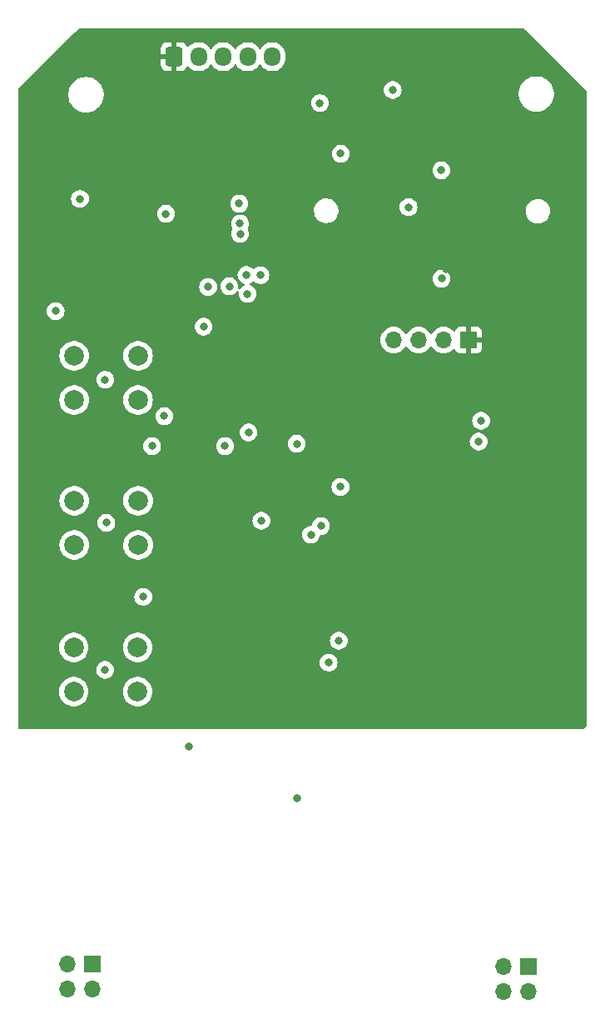
<source format=gbr>
%TF.GenerationSoftware,KiCad,Pcbnew,7.0.1*%
%TF.CreationDate,2023-05-25T09:43:19-05:00*%
%TF.ProjectId,power_supply,706f7765-725f-4737-9570-706c792e6b69,rev?*%
%TF.SameCoordinates,Original*%
%TF.FileFunction,Copper,L3,Inr*%
%TF.FilePolarity,Positive*%
%FSLAX46Y46*%
G04 Gerber Fmt 4.6, Leading zero omitted, Abs format (unit mm)*
G04 Created by KiCad (PCBNEW 7.0.1) date 2023-05-25 09:43:19*
%MOMM*%
%LPD*%
G01*
G04 APERTURE LIST*
G04 Aperture macros list*
%AMRoundRect*
0 Rectangle with rounded corners*
0 $1 Rounding radius*
0 $2 $3 $4 $5 $6 $7 $8 $9 X,Y pos of 4 corners*
0 Add a 4 corners polygon primitive as box body*
4,1,4,$2,$3,$4,$5,$6,$7,$8,$9,$2,$3,0*
0 Add four circle primitives for the rounded corners*
1,1,$1+$1,$2,$3*
1,1,$1+$1,$4,$5*
1,1,$1+$1,$6,$7*
1,1,$1+$1,$8,$9*
0 Add four rect primitives between the rounded corners*
20,1,$1+$1,$2,$3,$4,$5,0*
20,1,$1+$1,$4,$5,$6,$7,0*
20,1,$1+$1,$6,$7,$8,$9,0*
20,1,$1+$1,$8,$9,$2,$3,0*%
G04 Aperture macros list end*
%TA.AperFunction,ComponentPad*%
%ADD10RoundRect,0.250000X-0.600000X-0.725000X0.600000X-0.725000X0.600000X0.725000X-0.600000X0.725000X0*%
%TD*%
%TA.AperFunction,ComponentPad*%
%ADD11O,1.700000X1.950000*%
%TD*%
%TA.AperFunction,ComponentPad*%
%ADD12C,2.000000*%
%TD*%
%TA.AperFunction,ComponentPad*%
%ADD13R,1.700000X1.700000*%
%TD*%
%TA.AperFunction,ComponentPad*%
%ADD14O,1.700000X1.700000*%
%TD*%
%TA.AperFunction,ViaPad*%
%ADD15C,0.800000*%
%TD*%
G04 APERTURE END LIST*
D10*
%TO.N,+3.3V*%
%TO.C,J3*%
X192910000Y-34700000D03*
D11*
%TO.N,SWCLCK*%
X195410000Y-34700000D03*
%TO.N,SWDIO*%
X197910000Y-34700000D03*
%TO.N,SWO*%
X200410000Y-34700000D03*
%TO.N,GND*%
X202910000Y-34700000D03*
%TD*%
D12*
%TO.N,GND*%
%TO.C,RST*%
X189260000Y-69590000D03*
X182760000Y-69590000D03*
%TO.N,/Nrst*%
X189260000Y-65090000D03*
X182760000Y-65090000D03*
%TD*%
%TO.N,GND*%
%TO.C,DWN*%
X189220000Y-99230000D03*
X182720000Y-99230000D03*
%TO.N,Net-(R3-Pad1)*%
X189220000Y-94730000D03*
X182720000Y-94730000D03*
%TD*%
D13*
%TO.N,+3.3V*%
%TO.C,J6*%
X222880000Y-63500000D03*
D14*
%TO.N,SDA*%
X220340000Y-63500000D03*
%TO.N,SCL*%
X217800000Y-63500000D03*
%TO.N,GND*%
X215260000Y-63500000D03*
%TD*%
D12*
%TO.N,GND*%
%TO.C,UP*%
X182770000Y-79820000D03*
X189270000Y-79820000D03*
%TO.N,Net-(R2-Pad1)*%
X182770000Y-84320000D03*
X189270000Y-84320000D03*
%TD*%
D13*
%TO.N,Main_Supply*%
%TO.C,J4*%
X228950000Y-127130000D03*
D14*
%TO.N,GND*%
X226410000Y-127130000D03*
%TO.N,Main_Supply*%
X228950000Y-129670000D03*
%TO.N,GND*%
X226410000Y-129670000D03*
%TD*%
D13*
%TO.N,Main_Supply*%
%TO.C,J5*%
X184580000Y-126890000D03*
D14*
%TO.N,GND*%
X182040000Y-126890000D03*
%TO.N,Main_Supply*%
X184580000Y-129430000D03*
%TO.N,GND*%
X182040000Y-129430000D03*
%TD*%
D15*
%TO.N,GND*%
X192100000Y-50670000D03*
%TO.N,Raw*%
X220110000Y-46250000D03*
X224160000Y-71710000D03*
%TO.N,GND*%
X190690000Y-74270000D03*
X209680000Y-94050000D03*
X196390000Y-58100000D03*
X200500000Y-72890000D03*
X207750000Y-39420000D03*
X201810000Y-81850000D03*
X198110000Y-74270000D03*
X209880000Y-44560000D03*
X215170000Y-38090000D03*
X195929999Y-62140001D03*
X205470000Y-110070000D03*
X220130000Y-57260000D03*
X183350000Y-49150000D03*
X201710000Y-56910000D03*
X223910000Y-73820000D03*
X185900000Y-97010000D03*
X209850000Y-78420000D03*
X208650000Y-96280000D03*
X189790000Y-89590000D03*
X186030000Y-82070000D03*
X180870000Y-60560000D03*
X216780000Y-49990000D03*
X205400000Y-74040000D03*
X185910000Y-67530000D03*
%TO.N,+3.3V*%
X196070000Y-75700000D03*
X213800000Y-60510000D03*
X190740000Y-62400000D03*
X195580000Y-48960000D03*
X204550000Y-84000000D03*
X220590000Y-56290000D03*
X202390000Y-75350000D03*
%TO.N,VOUT*%
X207870000Y-82400000D03*
X206850000Y-83280000D03*
%TO.N,Main_Supply*%
X191930000Y-71230000D03*
X194450000Y-104840000D03*
%TO.N,SWCLCK*%
X199630000Y-51670000D03*
%TO.N,SWDIO*%
X199550000Y-49630000D03*
X200290000Y-56890000D03*
%TO.N,SWO*%
X199640000Y-52720000D03*
%TO.N,SDA*%
X198540000Y-58030000D03*
%TO.N,SCL*%
X200400000Y-58800000D03*
%TD*%
%TA.AperFunction,Conductor*%
%TO.N,+3.3V*%
G36*
X228536091Y-31849439D02*
G01*
X228576319Y-31876319D01*
X234873681Y-38173681D01*
X234900561Y-38213909D01*
X234910000Y-38261362D01*
X234910000Y-102678638D01*
X234900561Y-102726091D01*
X234873681Y-102766319D01*
X234676319Y-102963681D01*
X234636091Y-102990561D01*
X234588638Y-103000000D01*
X177204000Y-103000000D01*
X177142000Y-102983387D01*
X177096613Y-102938000D01*
X177080000Y-102876000D01*
X177080000Y-99230000D01*
X181214356Y-99230000D01*
X181234891Y-99477816D01*
X181234891Y-99477819D01*
X181234892Y-99477821D01*
X181295937Y-99718881D01*
X181340960Y-99821523D01*
X181395825Y-99946604D01*
X181395827Y-99946607D01*
X181531836Y-100154785D01*
X181700256Y-100337738D01*
X181700259Y-100337740D01*
X181896485Y-100490470D01*
X181896487Y-100490471D01*
X181896491Y-100490474D01*
X182115190Y-100608828D01*
X182350386Y-100689571D01*
X182595665Y-100730500D01*
X182844335Y-100730500D01*
X183089614Y-100689571D01*
X183324810Y-100608828D01*
X183543509Y-100490474D01*
X183739744Y-100337738D01*
X183908164Y-100154785D01*
X184044173Y-99946607D01*
X184144063Y-99718881D01*
X184205108Y-99477821D01*
X184225643Y-99230000D01*
X187714356Y-99230000D01*
X187734891Y-99477816D01*
X187734891Y-99477819D01*
X187734892Y-99477821D01*
X187795937Y-99718881D01*
X187840960Y-99821523D01*
X187895825Y-99946604D01*
X187895827Y-99946607D01*
X188031836Y-100154785D01*
X188200256Y-100337738D01*
X188200259Y-100337740D01*
X188396485Y-100490470D01*
X188396487Y-100490471D01*
X188396491Y-100490474D01*
X188615190Y-100608828D01*
X188850386Y-100689571D01*
X189095665Y-100730500D01*
X189344335Y-100730500D01*
X189589614Y-100689571D01*
X189824810Y-100608828D01*
X190043509Y-100490474D01*
X190239744Y-100337738D01*
X190408164Y-100154785D01*
X190544173Y-99946607D01*
X190644063Y-99718881D01*
X190705108Y-99477821D01*
X190725643Y-99230000D01*
X190705108Y-98982179D01*
X190644063Y-98741119D01*
X190544173Y-98513393D01*
X190408164Y-98305215D01*
X190239744Y-98122262D01*
X190217612Y-98105036D01*
X190043514Y-97969529D01*
X190043510Y-97969526D01*
X190043509Y-97969526D01*
X189824810Y-97851172D01*
X189824806Y-97851170D01*
X189824805Y-97851170D01*
X189589615Y-97770429D01*
X189344335Y-97729500D01*
X189095665Y-97729500D01*
X188850384Y-97770429D01*
X188615194Y-97851170D01*
X188396485Y-97969529D01*
X188200259Y-98122259D01*
X188031837Y-98305214D01*
X187895825Y-98513395D01*
X187795938Y-98741117D01*
X187734891Y-98982183D01*
X187714356Y-99230000D01*
X184225643Y-99230000D01*
X184205108Y-98982179D01*
X184144063Y-98741119D01*
X184044173Y-98513393D01*
X183908164Y-98305215D01*
X183739744Y-98122262D01*
X183717612Y-98105036D01*
X183543514Y-97969529D01*
X183543510Y-97969526D01*
X183543509Y-97969526D01*
X183324810Y-97851172D01*
X183324806Y-97851170D01*
X183324805Y-97851170D01*
X183089615Y-97770429D01*
X182844335Y-97729500D01*
X182595665Y-97729500D01*
X182350384Y-97770429D01*
X182115194Y-97851170D01*
X181896485Y-97969529D01*
X181700259Y-98122259D01*
X181531837Y-98305214D01*
X181395825Y-98513395D01*
X181295938Y-98741117D01*
X181234891Y-98982183D01*
X181214356Y-99230000D01*
X177080000Y-99230000D01*
X177080000Y-97010000D01*
X184994540Y-97010000D01*
X185014326Y-97198257D01*
X185072820Y-97378284D01*
X185167466Y-97542216D01*
X185294129Y-97682889D01*
X185447269Y-97794151D01*
X185620197Y-97871144D01*
X185805352Y-97910500D01*
X185805354Y-97910500D01*
X185994646Y-97910500D01*
X185994648Y-97910500D01*
X186118083Y-97884262D01*
X186179803Y-97871144D01*
X186352730Y-97794151D01*
X186505871Y-97682888D01*
X186632533Y-97542216D01*
X186727179Y-97378284D01*
X186785674Y-97198256D01*
X186805460Y-97010000D01*
X186785674Y-96821744D01*
X186727179Y-96641716D01*
X186727179Y-96641715D01*
X186632533Y-96477783D01*
X186505870Y-96337110D01*
X186427264Y-96280000D01*
X207744540Y-96280000D01*
X207764326Y-96468257D01*
X207822820Y-96648284D01*
X207917466Y-96812216D01*
X208044129Y-96952889D01*
X208197269Y-97064151D01*
X208370197Y-97141144D01*
X208555352Y-97180500D01*
X208555354Y-97180500D01*
X208744646Y-97180500D01*
X208744648Y-97180500D01*
X208868084Y-97154262D01*
X208929803Y-97141144D01*
X209102730Y-97064151D01*
X209255871Y-96952888D01*
X209382533Y-96812216D01*
X209477179Y-96648284D01*
X209535674Y-96468256D01*
X209555460Y-96280000D01*
X209535674Y-96091744D01*
X209477179Y-95911716D01*
X209477179Y-95911715D01*
X209382533Y-95747783D01*
X209255870Y-95607110D01*
X209102730Y-95495848D01*
X208929802Y-95418855D01*
X208744648Y-95379500D01*
X208744646Y-95379500D01*
X208555354Y-95379500D01*
X208555352Y-95379500D01*
X208370197Y-95418855D01*
X208197269Y-95495848D01*
X208044129Y-95607110D01*
X207917466Y-95747783D01*
X207822820Y-95911715D01*
X207764326Y-96091742D01*
X207744540Y-96280000D01*
X186427264Y-96280000D01*
X186352730Y-96225848D01*
X186179802Y-96148855D01*
X185994648Y-96109500D01*
X185994646Y-96109500D01*
X185805354Y-96109500D01*
X185805352Y-96109500D01*
X185620197Y-96148855D01*
X185447269Y-96225848D01*
X185294129Y-96337110D01*
X185167466Y-96477783D01*
X185072820Y-96641715D01*
X185014326Y-96821742D01*
X184994540Y-97010000D01*
X177080000Y-97010000D01*
X177080000Y-94730000D01*
X181214356Y-94730000D01*
X181234891Y-94977816D01*
X181234891Y-94977819D01*
X181234892Y-94977821D01*
X181295937Y-95218881D01*
X181340960Y-95321523D01*
X181395825Y-95446604D01*
X181395827Y-95446607D01*
X181531836Y-95654785D01*
X181700256Y-95837738D01*
X181700259Y-95837740D01*
X181896485Y-95990470D01*
X181896487Y-95990471D01*
X181896491Y-95990474D01*
X182115190Y-96108828D01*
X182350386Y-96189571D01*
X182595665Y-96230500D01*
X182844335Y-96230500D01*
X183089614Y-96189571D01*
X183324810Y-96108828D01*
X183543509Y-95990474D01*
X183739744Y-95837738D01*
X183908164Y-95654785D01*
X184044173Y-95446607D01*
X184144063Y-95218881D01*
X184205108Y-94977821D01*
X184225643Y-94730000D01*
X187714356Y-94730000D01*
X187734891Y-94977816D01*
X187734891Y-94977819D01*
X187734892Y-94977821D01*
X187795937Y-95218881D01*
X187840960Y-95321523D01*
X187895825Y-95446604D01*
X187895827Y-95446607D01*
X188031836Y-95654785D01*
X188200256Y-95837738D01*
X188200259Y-95837740D01*
X188396485Y-95990470D01*
X188396487Y-95990471D01*
X188396491Y-95990474D01*
X188615190Y-96108828D01*
X188850386Y-96189571D01*
X189095665Y-96230500D01*
X189344335Y-96230500D01*
X189589614Y-96189571D01*
X189824810Y-96108828D01*
X190043509Y-95990474D01*
X190239744Y-95837738D01*
X190408164Y-95654785D01*
X190544173Y-95446607D01*
X190644063Y-95218881D01*
X190705108Y-94977821D01*
X190725643Y-94730000D01*
X190705108Y-94482179D01*
X190644063Y-94241119D01*
X190560230Y-94050000D01*
X208774540Y-94050000D01*
X208794326Y-94238257D01*
X208852820Y-94418284D01*
X208947466Y-94582216D01*
X209074129Y-94722889D01*
X209227269Y-94834151D01*
X209400197Y-94911144D01*
X209585352Y-94950500D01*
X209585354Y-94950500D01*
X209774646Y-94950500D01*
X209774648Y-94950500D01*
X209898084Y-94924262D01*
X209959803Y-94911144D01*
X210132730Y-94834151D01*
X210285871Y-94722888D01*
X210412533Y-94582216D01*
X210507179Y-94418284D01*
X210565674Y-94238256D01*
X210585460Y-94050000D01*
X210565674Y-93861744D01*
X210507179Y-93681716D01*
X210507179Y-93681715D01*
X210412533Y-93517783D01*
X210285870Y-93377110D01*
X210132730Y-93265848D01*
X209959802Y-93188855D01*
X209774648Y-93149500D01*
X209774646Y-93149500D01*
X209585354Y-93149500D01*
X209585352Y-93149500D01*
X209400197Y-93188855D01*
X209227269Y-93265848D01*
X209074129Y-93377110D01*
X208947466Y-93517783D01*
X208852820Y-93681715D01*
X208794326Y-93861742D01*
X208774540Y-94050000D01*
X190560230Y-94050000D01*
X190544173Y-94013393D01*
X190408164Y-93805215D01*
X190239744Y-93622262D01*
X190217612Y-93605036D01*
X190043514Y-93469529D01*
X190043510Y-93469526D01*
X190043509Y-93469526D01*
X189824810Y-93351172D01*
X189824806Y-93351170D01*
X189824805Y-93351170D01*
X189589615Y-93270429D01*
X189344335Y-93229500D01*
X189095665Y-93229500D01*
X188850384Y-93270429D01*
X188615194Y-93351170D01*
X188396485Y-93469529D01*
X188200259Y-93622259D01*
X188031837Y-93805214D01*
X187895825Y-94013395D01*
X187805780Y-94218678D01*
X187795937Y-94241119D01*
X187734892Y-94482179D01*
X187734891Y-94482183D01*
X187714356Y-94730000D01*
X184225643Y-94730000D01*
X184205108Y-94482179D01*
X184144063Y-94241119D01*
X184044173Y-94013393D01*
X183908164Y-93805215D01*
X183739744Y-93622262D01*
X183717612Y-93605036D01*
X183543514Y-93469529D01*
X183543510Y-93469526D01*
X183543509Y-93469526D01*
X183324810Y-93351172D01*
X183324806Y-93351170D01*
X183324805Y-93351170D01*
X183089615Y-93270429D01*
X182844335Y-93229500D01*
X182595665Y-93229500D01*
X182350384Y-93270429D01*
X182115194Y-93351170D01*
X181896485Y-93469529D01*
X181700259Y-93622259D01*
X181531837Y-93805214D01*
X181395825Y-94013395D01*
X181305780Y-94218678D01*
X181295937Y-94241119D01*
X181234892Y-94482179D01*
X181234891Y-94482183D01*
X181214356Y-94730000D01*
X177080000Y-94730000D01*
X177080000Y-89589999D01*
X188884540Y-89589999D01*
X188904326Y-89778257D01*
X188962820Y-89958284D01*
X189057466Y-90122216D01*
X189184129Y-90262889D01*
X189337269Y-90374151D01*
X189510197Y-90451144D01*
X189695352Y-90490500D01*
X189695354Y-90490500D01*
X189884646Y-90490500D01*
X189884648Y-90490500D01*
X190008084Y-90464262D01*
X190069803Y-90451144D01*
X190242730Y-90374151D01*
X190395871Y-90262888D01*
X190522533Y-90122216D01*
X190617179Y-89958284D01*
X190675674Y-89778256D01*
X190695460Y-89590000D01*
X190675674Y-89401744D01*
X190617179Y-89221716D01*
X190617179Y-89221715D01*
X190522533Y-89057783D01*
X190395870Y-88917110D01*
X190242730Y-88805848D01*
X190069802Y-88728855D01*
X189884648Y-88689500D01*
X189884646Y-88689500D01*
X189695354Y-88689500D01*
X189695352Y-88689500D01*
X189510197Y-88728855D01*
X189337269Y-88805848D01*
X189184129Y-88917110D01*
X189057466Y-89057783D01*
X188962820Y-89221715D01*
X188904326Y-89401742D01*
X188884540Y-89589999D01*
X177080000Y-89589999D01*
X177080000Y-84319999D01*
X181264356Y-84319999D01*
X181284891Y-84567816D01*
X181284891Y-84567819D01*
X181284892Y-84567821D01*
X181345937Y-84808881D01*
X181390960Y-84911523D01*
X181445825Y-85036604D01*
X181445827Y-85036607D01*
X181581836Y-85244785D01*
X181750256Y-85427738D01*
X181750259Y-85427740D01*
X181946485Y-85580470D01*
X181946487Y-85580471D01*
X181946491Y-85580474D01*
X182165190Y-85698828D01*
X182400386Y-85779571D01*
X182645665Y-85820500D01*
X182894335Y-85820500D01*
X183139614Y-85779571D01*
X183374810Y-85698828D01*
X183593509Y-85580474D01*
X183789744Y-85427738D01*
X183958164Y-85244785D01*
X184094173Y-85036607D01*
X184194063Y-84808881D01*
X184255108Y-84567821D01*
X184275643Y-84320000D01*
X184275643Y-84319999D01*
X187764356Y-84319999D01*
X187784891Y-84567816D01*
X187784891Y-84567819D01*
X187784892Y-84567821D01*
X187845937Y-84808881D01*
X187890960Y-84911523D01*
X187945825Y-85036604D01*
X187945827Y-85036607D01*
X188081836Y-85244785D01*
X188250256Y-85427738D01*
X188250259Y-85427740D01*
X188446485Y-85580470D01*
X188446487Y-85580471D01*
X188446491Y-85580474D01*
X188665190Y-85698828D01*
X188900386Y-85779571D01*
X189145665Y-85820500D01*
X189394335Y-85820500D01*
X189639614Y-85779571D01*
X189874810Y-85698828D01*
X190093509Y-85580474D01*
X190289744Y-85427738D01*
X190458164Y-85244785D01*
X190594173Y-85036607D01*
X190694063Y-84808881D01*
X190755108Y-84567821D01*
X190775643Y-84320000D01*
X190755108Y-84072179D01*
X190694063Y-83831119D01*
X190594173Y-83603393D01*
X190458164Y-83395215D01*
X190352101Y-83280000D01*
X205944540Y-83280000D01*
X205964326Y-83468257D01*
X206022820Y-83648284D01*
X206117466Y-83812216D01*
X206244129Y-83952889D01*
X206397269Y-84064151D01*
X206570197Y-84141144D01*
X206755352Y-84180500D01*
X206755354Y-84180500D01*
X206944646Y-84180500D01*
X206944648Y-84180500D01*
X207068083Y-84154262D01*
X207129803Y-84141144D01*
X207302730Y-84064151D01*
X207455871Y-83952888D01*
X207582533Y-83812216D01*
X207677179Y-83648284D01*
X207735674Y-83468256D01*
X207741635Y-83411537D01*
X207762156Y-83355160D01*
X207806742Y-83315014D01*
X207864956Y-83300500D01*
X207964648Y-83300500D01*
X208088083Y-83274262D01*
X208149803Y-83261144D01*
X208322730Y-83184151D01*
X208475871Y-83072888D01*
X208602533Y-82932216D01*
X208697179Y-82768284D01*
X208755674Y-82588256D01*
X208775460Y-82400000D01*
X208755674Y-82211744D01*
X208709618Y-82069999D01*
X208697179Y-82031715D01*
X208602533Y-81867783D01*
X208475870Y-81727110D01*
X208322730Y-81615848D01*
X208149802Y-81538855D01*
X207964648Y-81499500D01*
X207964646Y-81499500D01*
X207775354Y-81499500D01*
X207775352Y-81499500D01*
X207590197Y-81538855D01*
X207417269Y-81615848D01*
X207264129Y-81727110D01*
X207137466Y-81867783D01*
X207042820Y-82031715D01*
X206984326Y-82211742D01*
X206982314Y-82230885D01*
X206979438Y-82258256D01*
X206978365Y-82268462D01*
X206957844Y-82324840D01*
X206913258Y-82364986D01*
X206855044Y-82379500D01*
X206755352Y-82379500D01*
X206570197Y-82418855D01*
X206397269Y-82495848D01*
X206244129Y-82607110D01*
X206117466Y-82747783D01*
X206022820Y-82911715D01*
X205964326Y-83091742D01*
X205944540Y-83280000D01*
X190352101Y-83280000D01*
X190289744Y-83212262D01*
X190253627Y-83184151D01*
X190093514Y-83059529D01*
X190093510Y-83059526D01*
X190093509Y-83059526D01*
X189874810Y-82941172D01*
X189874806Y-82941170D01*
X189874805Y-82941170D01*
X189639615Y-82860429D01*
X189394335Y-82819500D01*
X189145665Y-82819500D01*
X188900384Y-82860429D01*
X188665194Y-82941170D01*
X188446485Y-83059529D01*
X188250259Y-83212259D01*
X188081837Y-83395214D01*
X187945825Y-83603395D01*
X187855780Y-83808678D01*
X187845937Y-83831119D01*
X187786925Y-84064151D01*
X187784891Y-84072183D01*
X187764356Y-84319999D01*
X184275643Y-84319999D01*
X184255108Y-84072179D01*
X184194063Y-83831119D01*
X184094173Y-83603393D01*
X183958164Y-83395215D01*
X183789744Y-83212262D01*
X183753627Y-83184151D01*
X183593514Y-83059529D01*
X183593510Y-83059526D01*
X183593509Y-83059526D01*
X183374810Y-82941172D01*
X183374806Y-82941170D01*
X183374805Y-82941170D01*
X183139615Y-82860429D01*
X182894335Y-82819500D01*
X182645665Y-82819500D01*
X182400384Y-82860429D01*
X182165194Y-82941170D01*
X181946485Y-83059529D01*
X181750259Y-83212259D01*
X181581837Y-83395214D01*
X181445825Y-83603395D01*
X181355780Y-83808678D01*
X181345937Y-83831119D01*
X181286925Y-84064151D01*
X181284891Y-84072183D01*
X181264356Y-84319999D01*
X177080000Y-84319999D01*
X177080000Y-82069999D01*
X185124540Y-82069999D01*
X185144326Y-82258257D01*
X185202820Y-82438284D01*
X185297466Y-82602216D01*
X185424129Y-82742889D01*
X185577269Y-82854151D01*
X185750197Y-82931144D01*
X185935352Y-82970500D01*
X185935354Y-82970500D01*
X186124646Y-82970500D01*
X186124648Y-82970500D01*
X186248084Y-82944262D01*
X186309803Y-82931144D01*
X186482730Y-82854151D01*
X186530423Y-82819500D01*
X186635870Y-82742889D01*
X186664454Y-82711144D01*
X186762533Y-82602216D01*
X186857179Y-82438284D01*
X186915674Y-82258256D01*
X186935460Y-82070000D01*
X186915674Y-81881744D01*
X186905359Y-81849999D01*
X200904540Y-81849999D01*
X200924326Y-82038257D01*
X200982820Y-82218284D01*
X201077466Y-82382216D01*
X201204129Y-82522889D01*
X201357269Y-82634151D01*
X201530197Y-82711144D01*
X201715352Y-82750500D01*
X201715354Y-82750500D01*
X201904646Y-82750500D01*
X201904648Y-82750500D01*
X202028083Y-82724262D01*
X202089803Y-82711144D01*
X202262730Y-82634151D01*
X202415871Y-82522888D01*
X202542533Y-82382216D01*
X202637179Y-82218284D01*
X202695674Y-82038256D01*
X202715460Y-81850000D01*
X202695674Y-81661744D01*
X202655396Y-81537783D01*
X202637179Y-81481715D01*
X202542533Y-81317783D01*
X202415870Y-81177110D01*
X202262730Y-81065848D01*
X202089802Y-80988855D01*
X201904648Y-80949500D01*
X201904646Y-80949500D01*
X201715354Y-80949500D01*
X201715352Y-80949500D01*
X201530197Y-80988855D01*
X201357269Y-81065848D01*
X201204129Y-81177110D01*
X201077466Y-81317783D01*
X200982820Y-81481715D01*
X200924326Y-81661742D01*
X200904540Y-81849999D01*
X186905359Y-81849999D01*
X186857179Y-81701716D01*
X186857179Y-81701715D01*
X186762533Y-81537783D01*
X186635870Y-81397110D01*
X186482730Y-81285848D01*
X186309802Y-81208855D01*
X186124648Y-81169500D01*
X186124646Y-81169500D01*
X185935354Y-81169500D01*
X185935352Y-81169500D01*
X185750197Y-81208855D01*
X185577269Y-81285848D01*
X185424129Y-81397110D01*
X185297466Y-81537783D01*
X185202820Y-81701715D01*
X185144326Y-81881742D01*
X185124540Y-82069999D01*
X177080000Y-82069999D01*
X177080000Y-79819999D01*
X181264356Y-79819999D01*
X181284891Y-80067816D01*
X181284891Y-80067819D01*
X181284892Y-80067821D01*
X181345937Y-80308881D01*
X181390960Y-80411523D01*
X181445825Y-80536604D01*
X181445827Y-80536607D01*
X181581836Y-80744785D01*
X181750256Y-80927738D01*
X181750259Y-80927740D01*
X181946485Y-81080470D01*
X181946487Y-81080471D01*
X181946491Y-81080474D01*
X182165190Y-81198828D01*
X182400386Y-81279571D01*
X182645665Y-81320500D01*
X182894335Y-81320500D01*
X183139614Y-81279571D01*
X183374810Y-81198828D01*
X183593509Y-81080474D01*
X183789744Y-80927738D01*
X183958164Y-80744785D01*
X184094173Y-80536607D01*
X184194063Y-80308881D01*
X184255108Y-80067821D01*
X184275643Y-79820000D01*
X184275643Y-79819999D01*
X187764356Y-79819999D01*
X187784891Y-80067816D01*
X187784891Y-80067819D01*
X187784892Y-80067821D01*
X187845937Y-80308881D01*
X187890960Y-80411523D01*
X187945825Y-80536604D01*
X187945827Y-80536607D01*
X188081836Y-80744785D01*
X188250256Y-80927738D01*
X188250259Y-80927740D01*
X188446485Y-81080470D01*
X188446487Y-81080471D01*
X188446491Y-81080474D01*
X188665190Y-81198828D01*
X188900386Y-81279571D01*
X189145665Y-81320500D01*
X189394335Y-81320500D01*
X189639614Y-81279571D01*
X189874810Y-81198828D01*
X190093509Y-81080474D01*
X190289744Y-80927738D01*
X190458164Y-80744785D01*
X190594173Y-80536607D01*
X190694063Y-80308881D01*
X190755108Y-80067821D01*
X190775643Y-79820000D01*
X190755108Y-79572179D01*
X190694063Y-79331119D01*
X190594173Y-79103393D01*
X190458164Y-78895215D01*
X190289744Y-78712262D01*
X190156119Y-78608257D01*
X190093514Y-78559529D01*
X190093510Y-78559526D01*
X190093509Y-78559526D01*
X189874810Y-78441172D01*
X189874806Y-78441170D01*
X189874805Y-78441170D01*
X189813139Y-78420000D01*
X208944540Y-78420000D01*
X208964326Y-78608257D01*
X209022820Y-78788284D01*
X209117466Y-78952216D01*
X209244129Y-79092889D01*
X209397269Y-79204151D01*
X209570197Y-79281144D01*
X209755352Y-79320500D01*
X209755354Y-79320500D01*
X209944646Y-79320500D01*
X209944648Y-79320500D01*
X210068083Y-79294262D01*
X210129803Y-79281144D01*
X210302730Y-79204151D01*
X210302729Y-79204151D01*
X210455870Y-79092889D01*
X210582533Y-78952216D01*
X210677179Y-78788284D01*
X210701881Y-78712259D01*
X210735674Y-78608256D01*
X210755460Y-78420000D01*
X210735674Y-78231744D01*
X210677179Y-78051716D01*
X210677179Y-78051715D01*
X210582533Y-77887783D01*
X210455870Y-77747110D01*
X210302730Y-77635848D01*
X210129802Y-77558855D01*
X209944648Y-77519500D01*
X209944646Y-77519500D01*
X209755354Y-77519500D01*
X209755352Y-77519500D01*
X209570197Y-77558855D01*
X209397269Y-77635848D01*
X209244129Y-77747110D01*
X209117466Y-77887783D01*
X209022820Y-78051715D01*
X208964326Y-78231742D01*
X208944540Y-78420000D01*
X189813139Y-78420000D01*
X189639615Y-78360429D01*
X189394335Y-78319500D01*
X189145665Y-78319500D01*
X188900384Y-78360429D01*
X188665194Y-78441170D01*
X188446485Y-78559529D01*
X188250259Y-78712259D01*
X188081837Y-78895214D01*
X187945825Y-79103395D01*
X187845938Y-79331117D01*
X187784891Y-79572183D01*
X187764356Y-79819999D01*
X184275643Y-79819999D01*
X184255108Y-79572179D01*
X184194063Y-79331119D01*
X184094173Y-79103393D01*
X183958164Y-78895215D01*
X183789744Y-78712262D01*
X183656119Y-78608257D01*
X183593514Y-78559529D01*
X183593510Y-78559526D01*
X183593509Y-78559526D01*
X183374810Y-78441172D01*
X183374806Y-78441170D01*
X183374805Y-78441170D01*
X183139615Y-78360429D01*
X182894335Y-78319500D01*
X182645665Y-78319500D01*
X182400384Y-78360429D01*
X182165194Y-78441170D01*
X181946485Y-78559529D01*
X181750259Y-78712259D01*
X181581837Y-78895214D01*
X181445825Y-79103395D01*
X181345938Y-79331117D01*
X181284891Y-79572183D01*
X181264356Y-79819999D01*
X177080000Y-79819999D01*
X177080000Y-74270000D01*
X189784540Y-74270000D01*
X189804326Y-74458257D01*
X189862820Y-74638284D01*
X189957466Y-74802216D01*
X190084129Y-74942889D01*
X190237269Y-75054151D01*
X190410197Y-75131144D01*
X190595352Y-75170500D01*
X190595354Y-75170500D01*
X190784646Y-75170500D01*
X190784648Y-75170500D01*
X190908083Y-75144262D01*
X190969803Y-75131144D01*
X191142730Y-75054151D01*
X191295871Y-74942888D01*
X191422533Y-74802216D01*
X191517179Y-74638284D01*
X191575674Y-74458256D01*
X191595460Y-74270000D01*
X197204540Y-74270000D01*
X197224326Y-74458257D01*
X197282820Y-74638284D01*
X197377466Y-74802216D01*
X197504129Y-74942889D01*
X197657269Y-75054151D01*
X197830197Y-75131144D01*
X198015352Y-75170500D01*
X198015354Y-75170500D01*
X198204646Y-75170500D01*
X198204648Y-75170500D01*
X198328083Y-75144262D01*
X198389803Y-75131144D01*
X198562730Y-75054151D01*
X198715871Y-74942888D01*
X198842533Y-74802216D01*
X198937179Y-74638284D01*
X198995674Y-74458256D01*
X199015460Y-74270000D01*
X198995674Y-74081744D01*
X198982110Y-74040000D01*
X204494540Y-74040000D01*
X204514326Y-74228257D01*
X204572820Y-74408284D01*
X204667466Y-74572216D01*
X204794129Y-74712889D01*
X204947269Y-74824151D01*
X205120197Y-74901144D01*
X205305352Y-74940500D01*
X205305354Y-74940500D01*
X205494646Y-74940500D01*
X205494648Y-74940500D01*
X205618083Y-74914262D01*
X205679803Y-74901144D01*
X205852730Y-74824151D01*
X206005871Y-74712888D01*
X206132533Y-74572216D01*
X206227179Y-74408284D01*
X206285674Y-74228256D01*
X206305460Y-74040000D01*
X206285674Y-73851744D01*
X206275359Y-73819999D01*
X223004540Y-73819999D01*
X223024326Y-74008257D01*
X223082820Y-74188284D01*
X223177466Y-74352216D01*
X223304129Y-74492889D01*
X223457269Y-74604151D01*
X223630197Y-74681144D01*
X223815352Y-74720500D01*
X223815354Y-74720500D01*
X224004646Y-74720500D01*
X224004648Y-74720500D01*
X224128084Y-74694262D01*
X224189803Y-74681144D01*
X224362730Y-74604151D01*
X224515871Y-74492888D01*
X224642533Y-74352216D01*
X224737179Y-74188284D01*
X224795674Y-74008256D01*
X224815460Y-73820000D01*
X224795674Y-73631744D01*
X224737179Y-73451716D01*
X224737179Y-73451715D01*
X224642533Y-73287783D01*
X224515870Y-73147110D01*
X224362730Y-73035848D01*
X224189802Y-72958855D01*
X224004648Y-72919500D01*
X224004646Y-72919500D01*
X223815354Y-72919500D01*
X223815352Y-72919500D01*
X223630197Y-72958855D01*
X223457269Y-73035848D01*
X223304129Y-73147110D01*
X223177466Y-73287783D01*
X223082820Y-73451715D01*
X223024326Y-73631742D01*
X223004540Y-73819999D01*
X206275359Y-73819999D01*
X206248646Y-73737783D01*
X206227179Y-73671715D01*
X206132533Y-73507783D01*
X206005870Y-73367110D01*
X205852730Y-73255848D01*
X205679802Y-73178855D01*
X205494648Y-73139500D01*
X205494646Y-73139500D01*
X205305354Y-73139500D01*
X205305352Y-73139500D01*
X205120197Y-73178855D01*
X204947269Y-73255848D01*
X204794129Y-73367110D01*
X204667466Y-73507783D01*
X204572820Y-73671715D01*
X204514326Y-73851742D01*
X204494540Y-74040000D01*
X198982110Y-74040000D01*
X198937179Y-73901716D01*
X198937179Y-73901715D01*
X198842533Y-73737783D01*
X198715870Y-73597110D01*
X198562730Y-73485848D01*
X198389802Y-73408855D01*
X198204648Y-73369500D01*
X198204646Y-73369500D01*
X198015354Y-73369500D01*
X198015352Y-73369500D01*
X197830197Y-73408855D01*
X197657269Y-73485848D01*
X197504129Y-73597110D01*
X197377466Y-73737783D01*
X197282820Y-73901715D01*
X197224326Y-74081742D01*
X197204540Y-74270000D01*
X191595460Y-74270000D01*
X191575674Y-74081744D01*
X191517179Y-73901716D01*
X191517179Y-73901715D01*
X191422533Y-73737783D01*
X191295870Y-73597110D01*
X191142730Y-73485848D01*
X190969802Y-73408855D01*
X190784648Y-73369500D01*
X190784646Y-73369500D01*
X190595354Y-73369500D01*
X190595352Y-73369500D01*
X190410197Y-73408855D01*
X190237269Y-73485848D01*
X190084129Y-73597110D01*
X189957466Y-73737783D01*
X189862820Y-73901715D01*
X189804326Y-74081742D01*
X189784540Y-74270000D01*
X177080000Y-74270000D01*
X177080000Y-72890000D01*
X199594540Y-72890000D01*
X199614326Y-73078257D01*
X199672820Y-73258284D01*
X199767466Y-73422216D01*
X199894129Y-73562889D01*
X200047269Y-73674151D01*
X200220197Y-73751144D01*
X200405352Y-73790500D01*
X200405354Y-73790500D01*
X200594646Y-73790500D01*
X200594648Y-73790500D01*
X200718084Y-73764262D01*
X200779803Y-73751144D01*
X200952730Y-73674151D01*
X200956083Y-73671715D01*
X201105870Y-73562889D01*
X201232533Y-73422216D01*
X201327179Y-73258284D01*
X201363301Y-73147112D01*
X201385674Y-73078256D01*
X201405460Y-72890000D01*
X201385674Y-72701744D01*
X201327179Y-72521716D01*
X201327179Y-72521715D01*
X201232533Y-72357783D01*
X201105870Y-72217110D01*
X200952730Y-72105848D01*
X200779802Y-72028855D01*
X200594648Y-71989500D01*
X200594646Y-71989500D01*
X200405354Y-71989500D01*
X200405352Y-71989500D01*
X200220197Y-72028855D01*
X200047269Y-72105848D01*
X199894129Y-72217110D01*
X199767466Y-72357783D01*
X199672820Y-72521715D01*
X199614326Y-72701742D01*
X199594540Y-72890000D01*
X177080000Y-72890000D01*
X177080000Y-71230000D01*
X191024540Y-71230000D01*
X191044326Y-71418257D01*
X191102820Y-71598284D01*
X191197466Y-71762216D01*
X191324129Y-71902889D01*
X191477269Y-72014151D01*
X191650197Y-72091144D01*
X191835352Y-72130500D01*
X191835354Y-72130500D01*
X192024646Y-72130500D01*
X192024648Y-72130500D01*
X192148083Y-72104262D01*
X192209803Y-72091144D01*
X192382730Y-72014151D01*
X192535871Y-71902888D01*
X192662533Y-71762216D01*
X192692680Y-71709999D01*
X223254540Y-71709999D01*
X223274326Y-71898257D01*
X223332820Y-72078284D01*
X223427466Y-72242216D01*
X223554129Y-72382889D01*
X223707269Y-72494151D01*
X223880197Y-72571144D01*
X224065352Y-72610500D01*
X224065354Y-72610500D01*
X224254646Y-72610500D01*
X224254648Y-72610500D01*
X224378084Y-72584262D01*
X224439803Y-72571144D01*
X224612730Y-72494151D01*
X224765871Y-72382888D01*
X224892533Y-72242216D01*
X224987179Y-72078284D01*
X225045674Y-71898256D01*
X225065460Y-71710000D01*
X225045674Y-71521744D01*
X224987179Y-71341716D01*
X224987179Y-71341715D01*
X224892533Y-71177783D01*
X224765870Y-71037110D01*
X224612730Y-70925848D01*
X224439802Y-70848855D01*
X224254648Y-70809500D01*
X224254646Y-70809500D01*
X224065354Y-70809500D01*
X224065352Y-70809500D01*
X223880197Y-70848855D01*
X223707269Y-70925848D01*
X223554129Y-71037110D01*
X223427466Y-71177783D01*
X223332820Y-71341715D01*
X223274326Y-71521742D01*
X223254540Y-71709999D01*
X192692680Y-71709999D01*
X192757179Y-71598284D01*
X192815674Y-71418256D01*
X192835460Y-71230000D01*
X192815674Y-71041744D01*
X192757179Y-70861716D01*
X192757179Y-70861715D01*
X192662533Y-70697783D01*
X192535870Y-70557110D01*
X192382730Y-70445848D01*
X192209802Y-70368855D01*
X192024648Y-70329500D01*
X192024646Y-70329500D01*
X191835354Y-70329500D01*
X191835352Y-70329500D01*
X191650197Y-70368855D01*
X191477269Y-70445848D01*
X191324129Y-70557110D01*
X191197466Y-70697783D01*
X191102820Y-70861715D01*
X191044326Y-71041742D01*
X191024540Y-71230000D01*
X177080000Y-71230000D01*
X177080000Y-69590000D01*
X181254356Y-69590000D01*
X181274891Y-69837816D01*
X181274891Y-69837819D01*
X181274892Y-69837821D01*
X181335937Y-70078881D01*
X181380960Y-70181523D01*
X181435825Y-70306604D01*
X181435827Y-70306607D01*
X181571836Y-70514785D01*
X181740256Y-70697738D01*
X181805667Y-70748650D01*
X181936485Y-70850470D01*
X181936487Y-70850471D01*
X181936491Y-70850474D01*
X182155190Y-70968828D01*
X182390386Y-71049571D01*
X182635665Y-71090500D01*
X182884335Y-71090500D01*
X183129614Y-71049571D01*
X183364810Y-70968828D01*
X183583509Y-70850474D01*
X183779744Y-70697738D01*
X183948164Y-70514785D01*
X184084173Y-70306607D01*
X184184063Y-70078881D01*
X184245108Y-69837821D01*
X184265643Y-69590000D01*
X187754356Y-69590000D01*
X187774891Y-69837816D01*
X187774891Y-69837819D01*
X187774892Y-69837821D01*
X187835937Y-70078881D01*
X187880960Y-70181523D01*
X187935825Y-70306604D01*
X187935827Y-70306607D01*
X188071836Y-70514785D01*
X188240256Y-70697738D01*
X188305667Y-70748650D01*
X188436485Y-70850470D01*
X188436487Y-70850471D01*
X188436491Y-70850474D01*
X188655190Y-70968828D01*
X188890386Y-71049571D01*
X189135665Y-71090500D01*
X189384335Y-71090500D01*
X189629614Y-71049571D01*
X189864810Y-70968828D01*
X190083509Y-70850474D01*
X190279744Y-70697738D01*
X190448164Y-70514785D01*
X190584173Y-70306607D01*
X190684063Y-70078881D01*
X190745108Y-69837821D01*
X190765643Y-69590000D01*
X190745108Y-69342179D01*
X190684063Y-69101119D01*
X190584173Y-68873393D01*
X190448164Y-68665215D01*
X190279744Y-68482262D01*
X190257612Y-68465036D01*
X190083514Y-68329529D01*
X190083510Y-68329526D01*
X190083509Y-68329526D01*
X189864810Y-68211172D01*
X189864806Y-68211170D01*
X189864805Y-68211170D01*
X189629615Y-68130429D01*
X189384335Y-68089500D01*
X189135665Y-68089500D01*
X188890384Y-68130429D01*
X188655194Y-68211170D01*
X188436485Y-68329529D01*
X188240259Y-68482259D01*
X188071837Y-68665214D01*
X187935825Y-68873395D01*
X187835938Y-69101117D01*
X187774891Y-69342183D01*
X187754356Y-69590000D01*
X184265643Y-69590000D01*
X184245108Y-69342179D01*
X184184063Y-69101119D01*
X184084173Y-68873393D01*
X183948164Y-68665215D01*
X183779744Y-68482262D01*
X183757612Y-68465036D01*
X183583514Y-68329529D01*
X183583510Y-68329526D01*
X183583509Y-68329526D01*
X183364810Y-68211172D01*
X183364806Y-68211170D01*
X183364805Y-68211170D01*
X183129615Y-68130429D01*
X182884335Y-68089500D01*
X182635665Y-68089500D01*
X182390384Y-68130429D01*
X182155194Y-68211170D01*
X181936485Y-68329529D01*
X181740259Y-68482259D01*
X181571837Y-68665214D01*
X181435825Y-68873395D01*
X181335938Y-69101117D01*
X181274891Y-69342183D01*
X181254356Y-69590000D01*
X177080000Y-69590000D01*
X177080000Y-67529999D01*
X185004540Y-67529999D01*
X185024326Y-67718257D01*
X185082820Y-67898284D01*
X185177466Y-68062216D01*
X185304129Y-68202889D01*
X185457269Y-68314151D01*
X185630197Y-68391144D01*
X185815352Y-68430500D01*
X185815354Y-68430500D01*
X186004646Y-68430500D01*
X186004648Y-68430500D01*
X186128083Y-68404262D01*
X186189803Y-68391144D01*
X186362730Y-68314151D01*
X186515871Y-68202888D01*
X186642533Y-68062216D01*
X186737179Y-67898284D01*
X186795674Y-67718256D01*
X186815460Y-67530000D01*
X186795674Y-67341744D01*
X186737179Y-67161716D01*
X186737179Y-67161715D01*
X186642533Y-66997783D01*
X186515870Y-66857110D01*
X186362730Y-66745848D01*
X186189802Y-66668855D01*
X186004648Y-66629500D01*
X186004646Y-66629500D01*
X185815354Y-66629500D01*
X185815352Y-66629500D01*
X185630197Y-66668855D01*
X185457269Y-66745848D01*
X185304129Y-66857110D01*
X185177466Y-66997783D01*
X185082820Y-67161715D01*
X185024326Y-67341742D01*
X185004540Y-67529999D01*
X177080000Y-67529999D01*
X177080000Y-65089999D01*
X181254356Y-65089999D01*
X181274891Y-65337816D01*
X181274891Y-65337819D01*
X181274892Y-65337821D01*
X181335937Y-65578881D01*
X181380960Y-65681523D01*
X181435825Y-65806604D01*
X181435827Y-65806607D01*
X181571836Y-66014785D01*
X181740256Y-66197738D01*
X181740259Y-66197740D01*
X181936485Y-66350470D01*
X181936487Y-66350471D01*
X181936491Y-66350474D01*
X182155190Y-66468828D01*
X182390386Y-66549571D01*
X182635665Y-66590500D01*
X182884335Y-66590500D01*
X183129614Y-66549571D01*
X183364810Y-66468828D01*
X183583509Y-66350474D01*
X183779744Y-66197738D01*
X183948164Y-66014785D01*
X184084173Y-65806607D01*
X184184063Y-65578881D01*
X184245108Y-65337821D01*
X184265643Y-65090000D01*
X184265643Y-65089999D01*
X187754356Y-65089999D01*
X187774891Y-65337816D01*
X187774891Y-65337819D01*
X187774892Y-65337821D01*
X187835937Y-65578881D01*
X187880960Y-65681523D01*
X187935825Y-65806604D01*
X187935827Y-65806607D01*
X188071836Y-66014785D01*
X188240256Y-66197738D01*
X188240259Y-66197740D01*
X188436485Y-66350470D01*
X188436487Y-66350471D01*
X188436491Y-66350474D01*
X188655190Y-66468828D01*
X188890386Y-66549571D01*
X189135665Y-66590500D01*
X189384335Y-66590500D01*
X189629614Y-66549571D01*
X189864810Y-66468828D01*
X190083509Y-66350474D01*
X190279744Y-66197738D01*
X190448164Y-66014785D01*
X190584173Y-65806607D01*
X190684063Y-65578881D01*
X190745108Y-65337821D01*
X190765643Y-65090000D01*
X190745108Y-64842179D01*
X190684063Y-64601119D01*
X190584173Y-64373393D01*
X190448164Y-64165215D01*
X190279744Y-63982262D01*
X190255847Y-63963662D01*
X190083514Y-63829529D01*
X190083510Y-63829526D01*
X190083509Y-63829526D01*
X189864810Y-63711172D01*
X189864806Y-63711170D01*
X189864805Y-63711170D01*
X189629615Y-63630429D01*
X189384335Y-63589500D01*
X189135665Y-63589500D01*
X188890384Y-63630429D01*
X188655194Y-63711170D01*
X188436485Y-63829529D01*
X188240259Y-63982259D01*
X188240256Y-63982261D01*
X188240256Y-63982262D01*
X188071836Y-64165215D01*
X188026499Y-64234607D01*
X187935825Y-64373395D01*
X187835938Y-64601117D01*
X187774891Y-64842183D01*
X187754356Y-65089999D01*
X184265643Y-65089999D01*
X184245108Y-64842179D01*
X184184063Y-64601119D01*
X184084173Y-64373393D01*
X183948164Y-64165215D01*
X183779744Y-63982262D01*
X183755847Y-63963662D01*
X183583514Y-63829529D01*
X183583510Y-63829526D01*
X183583509Y-63829526D01*
X183364810Y-63711172D01*
X183364806Y-63711170D01*
X183364805Y-63711170D01*
X183129615Y-63630429D01*
X182884335Y-63589500D01*
X182635665Y-63589500D01*
X182390384Y-63630429D01*
X182155194Y-63711170D01*
X181936485Y-63829529D01*
X181740259Y-63982259D01*
X181740256Y-63982261D01*
X181740256Y-63982262D01*
X181571836Y-64165215D01*
X181526499Y-64234607D01*
X181435825Y-64373395D01*
X181335938Y-64601117D01*
X181274891Y-64842183D01*
X181254356Y-65089999D01*
X177080000Y-65089999D01*
X177080000Y-63500000D01*
X213904340Y-63500000D01*
X213924936Y-63735407D01*
X213950156Y-63829529D01*
X213986097Y-63963663D01*
X214085965Y-64177830D01*
X214221505Y-64371401D01*
X214388599Y-64538495D01*
X214582170Y-64674035D01*
X214796337Y-64773903D01*
X215024592Y-64835063D01*
X215260000Y-64855659D01*
X215495408Y-64835063D01*
X215723663Y-64773903D01*
X215937830Y-64674035D01*
X216131401Y-64538495D01*
X216298495Y-64371401D01*
X216428426Y-64185839D01*
X216472743Y-64146975D01*
X216530000Y-64132964D01*
X216587257Y-64146975D01*
X216631573Y-64185839D01*
X216761505Y-64371401D01*
X216928599Y-64538495D01*
X217122170Y-64674035D01*
X217336337Y-64773903D01*
X217564592Y-64835063D01*
X217800000Y-64855659D01*
X218035408Y-64835063D01*
X218263663Y-64773903D01*
X218477830Y-64674035D01*
X218671401Y-64538495D01*
X218838495Y-64371401D01*
X218968426Y-64185839D01*
X219012743Y-64146975D01*
X219070000Y-64132964D01*
X219127257Y-64146975D01*
X219171573Y-64185839D01*
X219301505Y-64371401D01*
X219468599Y-64538495D01*
X219662170Y-64674035D01*
X219876337Y-64773903D01*
X220104592Y-64835063D01*
X220340000Y-64855659D01*
X220575408Y-64835063D01*
X220803663Y-64773903D01*
X221017830Y-64674035D01*
X221211401Y-64538495D01*
X221333717Y-64416178D01*
X221386460Y-64384885D01*
X221447752Y-64382696D01*
X221502597Y-64410149D01*
X221537577Y-64460528D01*
X221586647Y-64592088D01*
X221672811Y-64707188D01*
X221787910Y-64793352D01*
X221922624Y-64843597D01*
X221982176Y-64850000D01*
X222630000Y-64850000D01*
X222630000Y-63750000D01*
X223130000Y-63750000D01*
X223130000Y-64850000D01*
X223777824Y-64850000D01*
X223837375Y-64843597D01*
X223972089Y-64793352D01*
X224087188Y-64707188D01*
X224173352Y-64592089D01*
X224223597Y-64457375D01*
X224230000Y-64397824D01*
X224230000Y-63750000D01*
X223130000Y-63750000D01*
X222630000Y-63750000D01*
X222630000Y-62150000D01*
X223130000Y-62150000D01*
X223130000Y-63250000D01*
X224230000Y-63250000D01*
X224230000Y-62602176D01*
X224223597Y-62542624D01*
X224173352Y-62407910D01*
X224087188Y-62292811D01*
X223972089Y-62206647D01*
X223837375Y-62156402D01*
X223777824Y-62150000D01*
X223130000Y-62150000D01*
X222630000Y-62150000D01*
X221982176Y-62150000D01*
X221922624Y-62156402D01*
X221787910Y-62206647D01*
X221672811Y-62292811D01*
X221586646Y-62407913D01*
X221537576Y-62539472D01*
X221502597Y-62589850D01*
X221447753Y-62617303D01*
X221386460Y-62615114D01*
X221333714Y-62583818D01*
X221211404Y-62461508D01*
X221211404Y-62461507D01*
X221211401Y-62461505D01*
X221017830Y-62325965D01*
X220803663Y-62226097D01*
X220731074Y-62206647D01*
X220575407Y-62164936D01*
X220340000Y-62144340D01*
X220104592Y-62164936D01*
X219876336Y-62226097D01*
X219662170Y-62325965D01*
X219468598Y-62461505D01*
X219301505Y-62628598D01*
X219171575Y-62814159D01*
X219127257Y-62853025D01*
X219070000Y-62867036D01*
X219012743Y-62853025D01*
X218968425Y-62814159D01*
X218953449Y-62792771D01*
X218838495Y-62628599D01*
X218671401Y-62461505D01*
X218477830Y-62325965D01*
X218263663Y-62226097D01*
X218191074Y-62206647D01*
X218035407Y-62164936D01*
X217800000Y-62144340D01*
X217564592Y-62164936D01*
X217336336Y-62226097D01*
X217122170Y-62325965D01*
X216928598Y-62461505D01*
X216761505Y-62628598D01*
X216631575Y-62814159D01*
X216587257Y-62853025D01*
X216530000Y-62867036D01*
X216472743Y-62853025D01*
X216428425Y-62814159D01*
X216413449Y-62792771D01*
X216298495Y-62628599D01*
X216131401Y-62461505D01*
X215937830Y-62325965D01*
X215723663Y-62226097D01*
X215651074Y-62206647D01*
X215495407Y-62164936D01*
X215260000Y-62144340D01*
X215024592Y-62164936D01*
X214796336Y-62226097D01*
X214582170Y-62325965D01*
X214388598Y-62461505D01*
X214221505Y-62628598D01*
X214085965Y-62822170D01*
X213986097Y-63036336D01*
X213924936Y-63264592D01*
X213904340Y-63500000D01*
X177080000Y-63500000D01*
X177080000Y-62140001D01*
X195024539Y-62140001D01*
X195044325Y-62328258D01*
X195102819Y-62508285D01*
X195197465Y-62672217D01*
X195324128Y-62812890D01*
X195477268Y-62924152D01*
X195650196Y-63001145D01*
X195835351Y-63040501D01*
X195835353Y-63040501D01*
X196024645Y-63040501D01*
X196024647Y-63040501D01*
X196148082Y-63014263D01*
X196209802Y-63001145D01*
X196382729Y-62924152D01*
X196461343Y-62867036D01*
X196535869Y-62812890D01*
X196662532Y-62672217D01*
X196757178Y-62508285D01*
X196789792Y-62407910D01*
X196815673Y-62328257D01*
X196835459Y-62140001D01*
X196815673Y-61951745D01*
X196757178Y-61771717D01*
X196757178Y-61771716D01*
X196662532Y-61607784D01*
X196535869Y-61467111D01*
X196382729Y-61355849D01*
X196209801Y-61278856D01*
X196024647Y-61239501D01*
X196024645Y-61239501D01*
X195835353Y-61239501D01*
X195835351Y-61239501D01*
X195650196Y-61278856D01*
X195477268Y-61355849D01*
X195324128Y-61467111D01*
X195197465Y-61607784D01*
X195102819Y-61771716D01*
X195044325Y-61951743D01*
X195024539Y-62140001D01*
X177080000Y-62140001D01*
X177080000Y-60559999D01*
X179964540Y-60559999D01*
X179984326Y-60748257D01*
X180042820Y-60928284D01*
X180137466Y-61092216D01*
X180264129Y-61232889D01*
X180417269Y-61344151D01*
X180590197Y-61421144D01*
X180775352Y-61460500D01*
X180775354Y-61460500D01*
X180964646Y-61460500D01*
X180964648Y-61460500D01*
X181088083Y-61434262D01*
X181149803Y-61421144D01*
X181322730Y-61344151D01*
X181475871Y-61232888D01*
X181602533Y-61092216D01*
X181697179Y-60928284D01*
X181755674Y-60748256D01*
X181775460Y-60560000D01*
X181755674Y-60371744D01*
X181697179Y-60191716D01*
X181697179Y-60191715D01*
X181602533Y-60027783D01*
X181475870Y-59887110D01*
X181322730Y-59775848D01*
X181149802Y-59698855D01*
X180964648Y-59659500D01*
X180964646Y-59659500D01*
X180775354Y-59659500D01*
X180775352Y-59659500D01*
X180590197Y-59698855D01*
X180417269Y-59775848D01*
X180264129Y-59887110D01*
X180137466Y-60027783D01*
X180042820Y-60191715D01*
X179984326Y-60371742D01*
X179964540Y-60559999D01*
X177080000Y-60559999D01*
X177080000Y-58100000D01*
X195484540Y-58100000D01*
X195504326Y-58288257D01*
X195562820Y-58468284D01*
X195657466Y-58632216D01*
X195784129Y-58772889D01*
X195937269Y-58884151D01*
X196110197Y-58961144D01*
X196295352Y-59000500D01*
X196295354Y-59000500D01*
X196484646Y-59000500D01*
X196484648Y-59000500D01*
X196608084Y-58974262D01*
X196669803Y-58961144D01*
X196842730Y-58884151D01*
X196939077Y-58814151D01*
X196995870Y-58772889D01*
X197122533Y-58632216D01*
X197217179Y-58468284D01*
X197229061Y-58431715D01*
X197275674Y-58288256D01*
X197295460Y-58100000D01*
X197288103Y-58029999D01*
X197634540Y-58029999D01*
X197654326Y-58218257D01*
X197712820Y-58398284D01*
X197807466Y-58562216D01*
X197934129Y-58702889D01*
X198087269Y-58814151D01*
X198260197Y-58891144D01*
X198445352Y-58930500D01*
X198445354Y-58930500D01*
X198634646Y-58930500D01*
X198634648Y-58930500D01*
X198758084Y-58904262D01*
X198819803Y-58891144D01*
X198992730Y-58814151D01*
X199145871Y-58702888D01*
X199272533Y-58562216D01*
X199282817Y-58544402D01*
X199330464Y-58497742D01*
X199395395Y-58482512D01*
X199458823Y-58503120D01*
X199502402Y-58553605D01*
X199513525Y-58619364D01*
X199494540Y-58799999D01*
X199514326Y-58988257D01*
X199572820Y-59168284D01*
X199667466Y-59332216D01*
X199794129Y-59472889D01*
X199947269Y-59584151D01*
X200120197Y-59661144D01*
X200305352Y-59700500D01*
X200305354Y-59700500D01*
X200494646Y-59700500D01*
X200494648Y-59700500D01*
X200618084Y-59674262D01*
X200679803Y-59661144D01*
X200852730Y-59584151D01*
X201005871Y-59472888D01*
X201132533Y-59332216D01*
X201227179Y-59168284D01*
X201285674Y-58988256D01*
X201305460Y-58800000D01*
X201285674Y-58611744D01*
X201227179Y-58431716D01*
X201227179Y-58431715D01*
X201132533Y-58267783D01*
X201005870Y-58127110D01*
X200852734Y-58015850D01*
X200743613Y-57967266D01*
X200679803Y-57938856D01*
X200679801Y-57938855D01*
X200668428Y-57933792D01*
X200623320Y-57899552D01*
X200598140Y-57848827D01*
X200598140Y-57792196D01*
X200623321Y-57741471D01*
X200668427Y-57707232D01*
X200742730Y-57674151D01*
X200895871Y-57562888D01*
X200898846Y-57559583D01*
X200956814Y-57523360D01*
X201025173Y-57523359D01*
X201083144Y-57559583D01*
X201104128Y-57582888D01*
X201257269Y-57694151D01*
X201430197Y-57771144D01*
X201615352Y-57810500D01*
X201615354Y-57810500D01*
X201804646Y-57810500D01*
X201804648Y-57810500D01*
X201928084Y-57784262D01*
X201989803Y-57771144D01*
X202162730Y-57694151D01*
X202315871Y-57582888D01*
X202442533Y-57442216D01*
X202537179Y-57278284D01*
X202543120Y-57259999D01*
X219224540Y-57259999D01*
X219244326Y-57448257D01*
X219302820Y-57628284D01*
X219397466Y-57792216D01*
X219524129Y-57932889D01*
X219677269Y-58044151D01*
X219850197Y-58121144D01*
X220035352Y-58160500D01*
X220035354Y-58160500D01*
X220224646Y-58160500D01*
X220224648Y-58160500D01*
X220348083Y-58134262D01*
X220409803Y-58121144D01*
X220582730Y-58044151D01*
X220735871Y-57932888D01*
X220862533Y-57792216D01*
X220957179Y-57628284D01*
X221015674Y-57448256D01*
X221035460Y-57260000D01*
X221015674Y-57071744D01*
X220957179Y-56891716D01*
X220957179Y-56891715D01*
X220862533Y-56727783D01*
X220735870Y-56587110D01*
X220582730Y-56475848D01*
X220409802Y-56398855D01*
X220224648Y-56359500D01*
X220224646Y-56359500D01*
X220035354Y-56359500D01*
X220035352Y-56359500D01*
X219850197Y-56398855D01*
X219677269Y-56475848D01*
X219524129Y-56587110D01*
X219397466Y-56727783D01*
X219302820Y-56891715D01*
X219244326Y-57071742D01*
X219224540Y-57259999D01*
X202543120Y-57259999D01*
X202595674Y-57098256D01*
X202615460Y-56910000D01*
X202595674Y-56721744D01*
X202551929Y-56587112D01*
X202537179Y-56541715D01*
X202442533Y-56377783D01*
X202315870Y-56237110D01*
X202162730Y-56125848D01*
X201989802Y-56048855D01*
X201804648Y-56009500D01*
X201804646Y-56009500D01*
X201615354Y-56009500D01*
X201615352Y-56009500D01*
X201430197Y-56048855D01*
X201257269Y-56125848D01*
X201104130Y-56237110D01*
X201101152Y-56240418D01*
X201043181Y-56276640D01*
X200974825Y-56276639D01*
X200916855Y-56240416D01*
X200895870Y-56217111D01*
X200742730Y-56105848D01*
X200569802Y-56028855D01*
X200384648Y-55989500D01*
X200384646Y-55989500D01*
X200195354Y-55989500D01*
X200195352Y-55989500D01*
X200010197Y-56028855D01*
X199837269Y-56105848D01*
X199684129Y-56217110D01*
X199557466Y-56357783D01*
X199462820Y-56521715D01*
X199404326Y-56701742D01*
X199384540Y-56889999D01*
X199404326Y-57078257D01*
X199462820Y-57258284D01*
X199557466Y-57422216D01*
X199684129Y-57562889D01*
X199837267Y-57674150D01*
X199882190Y-57694151D01*
X200010197Y-57751144D01*
X200010199Y-57751144D01*
X200021570Y-57756207D01*
X200066678Y-57790446D01*
X200091859Y-57841171D01*
X200091859Y-57897802D01*
X200066679Y-57948527D01*
X200021572Y-57982766D01*
X199947268Y-58015849D01*
X199794129Y-58127110D01*
X199667466Y-58267784D01*
X199657181Y-58285598D01*
X199609531Y-58332259D01*
X199544601Y-58347487D01*
X199481174Y-58326878D01*
X199437596Y-58276392D01*
X199426474Y-58210637D01*
X199445460Y-58030000D01*
X199425674Y-57841744D01*
X199377718Y-57694151D01*
X199367179Y-57661715D01*
X199272533Y-57497783D01*
X199145870Y-57357110D01*
X198992730Y-57245848D01*
X198819802Y-57168855D01*
X198634648Y-57129500D01*
X198634646Y-57129500D01*
X198445354Y-57129500D01*
X198445352Y-57129500D01*
X198260197Y-57168855D01*
X198087269Y-57245848D01*
X197934129Y-57357110D01*
X197807466Y-57497783D01*
X197712820Y-57661715D01*
X197654326Y-57841742D01*
X197634540Y-58029999D01*
X197288103Y-58029999D01*
X197275674Y-57911744D01*
X197217179Y-57731716D01*
X197217179Y-57731715D01*
X197122533Y-57567783D01*
X196995870Y-57427110D01*
X196842730Y-57315848D01*
X196669802Y-57238855D01*
X196484648Y-57199500D01*
X196484646Y-57199500D01*
X196295354Y-57199500D01*
X196295352Y-57199500D01*
X196110197Y-57238855D01*
X195937269Y-57315848D01*
X195784129Y-57427110D01*
X195657466Y-57567783D01*
X195562820Y-57731715D01*
X195504326Y-57911742D01*
X195484540Y-58100000D01*
X177080000Y-58100000D01*
X177080000Y-51669999D01*
X198724540Y-51669999D01*
X198744326Y-51858257D01*
X198802820Y-52038284D01*
X198862504Y-52141659D01*
X198879117Y-52203658D01*
X198862505Y-52265658D01*
X198812820Y-52351716D01*
X198754326Y-52531742D01*
X198734540Y-52720000D01*
X198754326Y-52908257D01*
X198812820Y-53088284D01*
X198907466Y-53252216D01*
X199034129Y-53392889D01*
X199187269Y-53504151D01*
X199360197Y-53581144D01*
X199545352Y-53620500D01*
X199545354Y-53620500D01*
X199734646Y-53620500D01*
X199734648Y-53620500D01*
X199858083Y-53594262D01*
X199919803Y-53581144D01*
X200092730Y-53504151D01*
X200245871Y-53392888D01*
X200372533Y-53252216D01*
X200467179Y-53088284D01*
X200525674Y-52908256D01*
X200545460Y-52720000D01*
X200525674Y-52531744D01*
X200467179Y-52351716D01*
X200467179Y-52351715D01*
X200407494Y-52248339D01*
X200390881Y-52186339D01*
X200407493Y-52124341D01*
X200457179Y-52038284D01*
X200515674Y-51858256D01*
X200535460Y-51670000D01*
X200515674Y-51481744D01*
X200477990Y-51365765D01*
X200457179Y-51301715D01*
X200362533Y-51137783D01*
X200235870Y-50997110D01*
X200082730Y-50885848D01*
X199909802Y-50808855D01*
X199724648Y-50769500D01*
X199724646Y-50769500D01*
X199700021Y-50769500D01*
X199641806Y-50754985D01*
X199597220Y-50714840D01*
X199593094Y-50703504D01*
X199559684Y-50749490D01*
X199505760Y-50775790D01*
X199350197Y-50808855D01*
X199177269Y-50885848D01*
X199024129Y-50997110D01*
X198897466Y-51137783D01*
X198802820Y-51301715D01*
X198744326Y-51481742D01*
X198724540Y-51669999D01*
X177080000Y-51669999D01*
X177080000Y-50670000D01*
X191194540Y-50670000D01*
X191214326Y-50858257D01*
X191272820Y-51038284D01*
X191367466Y-51202216D01*
X191494129Y-51342889D01*
X191647269Y-51454151D01*
X191820197Y-51531144D01*
X192005352Y-51570500D01*
X192005354Y-51570500D01*
X192194646Y-51570500D01*
X192194648Y-51570500D01*
X192318083Y-51544262D01*
X192379803Y-51531144D01*
X192552730Y-51454151D01*
X192674382Y-51365766D01*
X192705870Y-51342889D01*
X192742943Y-51301716D01*
X192832533Y-51202216D01*
X192927179Y-51038284D01*
X192985674Y-50858256D01*
X193005460Y-50670000D01*
X192985674Y-50481744D01*
X192927179Y-50301716D01*
X192927179Y-50301715D01*
X192832533Y-50137783D01*
X192705870Y-49997110D01*
X192552730Y-49885848D01*
X192379802Y-49808855D01*
X192194648Y-49769500D01*
X192194646Y-49769500D01*
X192005354Y-49769500D01*
X192005352Y-49769500D01*
X191820197Y-49808855D01*
X191647269Y-49885848D01*
X191494129Y-49997110D01*
X191367466Y-50137783D01*
X191272820Y-50301715D01*
X191214326Y-50481742D01*
X191194540Y-50670000D01*
X177080000Y-50670000D01*
X177080000Y-49150000D01*
X182444540Y-49150000D01*
X182464326Y-49338257D01*
X182522820Y-49518284D01*
X182617466Y-49682216D01*
X182744129Y-49822889D01*
X182897269Y-49934151D01*
X183070197Y-50011144D01*
X183255352Y-50050500D01*
X183255354Y-50050500D01*
X183444646Y-50050500D01*
X183444648Y-50050500D01*
X183568083Y-50024262D01*
X183629803Y-50011144D01*
X183802730Y-49934151D01*
X183909557Y-49856537D01*
X183955870Y-49822889D01*
X183968506Y-49808856D01*
X184082533Y-49682216D01*
X184112680Y-49630000D01*
X198644540Y-49630000D01*
X198664326Y-49818257D01*
X198722820Y-49998284D01*
X198817466Y-50162216D01*
X198944129Y-50302889D01*
X199097269Y-50414151D01*
X199270197Y-50491144D01*
X199455352Y-50530500D01*
X199479979Y-50530500D01*
X199538194Y-50545015D01*
X199582780Y-50585160D01*
X199586905Y-50596495D01*
X199620316Y-50550510D01*
X199674240Y-50524210D01*
X199770529Y-50503742D01*
X199829803Y-50491144D01*
X200002730Y-50414151D01*
X200013495Y-50406330D01*
X200013498Y-50406328D01*
X207145709Y-50406328D01*
X207175925Y-50629388D01*
X207234237Y-50808855D01*
X207245483Y-50843464D01*
X207352148Y-51041681D01*
X207428787Y-51137783D01*
X207472678Y-51192821D01*
X207492492Y-51217666D01*
X207662004Y-51365765D01*
X207662006Y-51365766D01*
X207855237Y-51481216D01*
X207973214Y-51525493D01*
X208065976Y-51560307D01*
X208287453Y-51600500D01*
X208456153Y-51600500D01*
X208456155Y-51600500D01*
X208624188Y-51585377D01*
X208841170Y-51525493D01*
X209043973Y-51427829D01*
X209226078Y-51295522D01*
X209381632Y-51132825D01*
X209505635Y-50944968D01*
X209594103Y-50737988D01*
X209644191Y-50518537D01*
X209654290Y-50293670D01*
X209624075Y-50070613D01*
X209597882Y-49990000D01*
X215874540Y-49990000D01*
X215875411Y-49998284D01*
X215894326Y-50178257D01*
X215952820Y-50358284D01*
X216047466Y-50522216D01*
X216174129Y-50662889D01*
X216327269Y-50774151D01*
X216500197Y-50851144D01*
X216685352Y-50890500D01*
X216685354Y-50890500D01*
X216874646Y-50890500D01*
X216874648Y-50890500D01*
X216998083Y-50864262D01*
X217059803Y-50851144D01*
X217232730Y-50774151D01*
X217385871Y-50662888D01*
X217512533Y-50522216D01*
X217544800Y-50466328D01*
X228685709Y-50466328D01*
X228715925Y-50689388D01*
X228781270Y-50890500D01*
X228785483Y-50903464D01*
X228892148Y-51101681D01*
X229032492Y-51277666D01*
X229202004Y-51425765D01*
X229265051Y-51463434D01*
X229395237Y-51541216D01*
X229513214Y-51585493D01*
X229605976Y-51620307D01*
X229827453Y-51660500D01*
X229996153Y-51660500D01*
X229996155Y-51660500D01*
X230164188Y-51645377D01*
X230381170Y-51585493D01*
X230583973Y-51487829D01*
X230766078Y-51355522D01*
X230921632Y-51192825D01*
X231045635Y-51004968D01*
X231134103Y-50797988D01*
X231184191Y-50578537D01*
X231194290Y-50353670D01*
X231164075Y-50130613D01*
X231094517Y-49916536D01*
X230987852Y-49718319D01*
X230847508Y-49542334D01*
X230677996Y-49394235D01*
X230677993Y-49394233D01*
X230484762Y-49278783D01*
X230274025Y-49199693D01*
X230052547Y-49159500D01*
X229883845Y-49159500D01*
X229816631Y-49165549D01*
X229715809Y-49174623D01*
X229498828Y-49234507D01*
X229296027Y-49332170D01*
X229113925Y-49464475D01*
X228958365Y-49627178D01*
X228834365Y-49815031D01*
X228745896Y-50022012D01*
X228695809Y-50241462D01*
X228685709Y-50466328D01*
X217544800Y-50466328D01*
X217607179Y-50358284D01*
X217665674Y-50178256D01*
X217685460Y-49990000D01*
X217665674Y-49801744D01*
X217607179Y-49621716D01*
X217607179Y-49621715D01*
X217512533Y-49457783D01*
X217385870Y-49317110D01*
X217232730Y-49205848D01*
X217059802Y-49128855D01*
X216874648Y-49089500D01*
X216874646Y-49089500D01*
X216685354Y-49089500D01*
X216685352Y-49089500D01*
X216500197Y-49128855D01*
X216327269Y-49205848D01*
X216174129Y-49317110D01*
X216047466Y-49457783D01*
X215952820Y-49621715D01*
X215894326Y-49801742D01*
X215874540Y-49989999D01*
X215874540Y-49990000D01*
X209597882Y-49990000D01*
X209554517Y-49856536D01*
X209447852Y-49658319D01*
X209307508Y-49482334D01*
X209137996Y-49334235D01*
X209137993Y-49334233D01*
X208944762Y-49218783D01*
X208734025Y-49139693D01*
X208512547Y-49099500D01*
X208343845Y-49099500D01*
X208276631Y-49105549D01*
X208175809Y-49114623D01*
X207958828Y-49174507D01*
X207756027Y-49272170D01*
X207573925Y-49404475D01*
X207418365Y-49567178D01*
X207294365Y-49755031D01*
X207205896Y-49962012D01*
X207155809Y-50181462D01*
X207145709Y-50406328D01*
X200013498Y-50406328D01*
X200155870Y-50302889D01*
X200282533Y-50162216D01*
X200377179Y-49998284D01*
X200379871Y-49989999D01*
X200435674Y-49818256D01*
X200455460Y-49630000D01*
X200435674Y-49441744D01*
X200382725Y-49278785D01*
X200377179Y-49261715D01*
X200282533Y-49097783D01*
X200155870Y-48957110D01*
X200002730Y-48845848D01*
X199829802Y-48768855D01*
X199644648Y-48729500D01*
X199644646Y-48729500D01*
X199455354Y-48729500D01*
X199455352Y-48729500D01*
X199270197Y-48768855D01*
X199097269Y-48845848D01*
X198944129Y-48957110D01*
X198817466Y-49097783D01*
X198722820Y-49261715D01*
X198664326Y-49441742D01*
X198644540Y-49630000D01*
X184112680Y-49630000D01*
X184177179Y-49518284D01*
X184235674Y-49338256D01*
X184255460Y-49150000D01*
X184235674Y-48961744D01*
X184177179Y-48781716D01*
X184177179Y-48781715D01*
X184082533Y-48617783D01*
X183955870Y-48477110D01*
X183802730Y-48365848D01*
X183629802Y-48288855D01*
X183444648Y-48249500D01*
X183444646Y-48249500D01*
X183255354Y-48249500D01*
X183255352Y-48249500D01*
X183070197Y-48288855D01*
X182897269Y-48365848D01*
X182744129Y-48477110D01*
X182617466Y-48617783D01*
X182522820Y-48781715D01*
X182464326Y-48961742D01*
X182444540Y-49150000D01*
X177080000Y-49150000D01*
X177080000Y-46250000D01*
X219204540Y-46250000D01*
X219224326Y-46438257D01*
X219282820Y-46618284D01*
X219377466Y-46782216D01*
X219504129Y-46922889D01*
X219657269Y-47034151D01*
X219830197Y-47111144D01*
X220015352Y-47150500D01*
X220015354Y-47150500D01*
X220204646Y-47150500D01*
X220204648Y-47150500D01*
X220328084Y-47124262D01*
X220389803Y-47111144D01*
X220562730Y-47034151D01*
X220715871Y-46922888D01*
X220842533Y-46782216D01*
X220937179Y-46618284D01*
X220995674Y-46438256D01*
X221015460Y-46250000D01*
X220995674Y-46061744D01*
X220937179Y-45881716D01*
X220937179Y-45881715D01*
X220842533Y-45717783D01*
X220715870Y-45577110D01*
X220562730Y-45465848D01*
X220389802Y-45388855D01*
X220204648Y-45349500D01*
X220204646Y-45349500D01*
X220015354Y-45349500D01*
X220015352Y-45349500D01*
X219830197Y-45388855D01*
X219657269Y-45465848D01*
X219504129Y-45577110D01*
X219377466Y-45717783D01*
X219282820Y-45881715D01*
X219224326Y-46061742D01*
X219204540Y-46250000D01*
X177080000Y-46250000D01*
X177080000Y-44559999D01*
X208974540Y-44559999D01*
X208994326Y-44748257D01*
X209052820Y-44928284D01*
X209147466Y-45092216D01*
X209274129Y-45232889D01*
X209427269Y-45344151D01*
X209600197Y-45421144D01*
X209785352Y-45460500D01*
X209785354Y-45460500D01*
X209974646Y-45460500D01*
X209974648Y-45460500D01*
X210098083Y-45434262D01*
X210159803Y-45421144D01*
X210332730Y-45344151D01*
X210485871Y-45232888D01*
X210612533Y-45092216D01*
X210707179Y-44928284D01*
X210765674Y-44748256D01*
X210785460Y-44560000D01*
X210765674Y-44371744D01*
X210707179Y-44191716D01*
X210707179Y-44191715D01*
X210612533Y-44027783D01*
X210485870Y-43887110D01*
X210332730Y-43775848D01*
X210159802Y-43698855D01*
X209974648Y-43659500D01*
X209974646Y-43659500D01*
X209785354Y-43659500D01*
X209785352Y-43659500D01*
X209600197Y-43698855D01*
X209427269Y-43775848D01*
X209274129Y-43887110D01*
X209147466Y-44027783D01*
X209052820Y-44191715D01*
X208994326Y-44371742D01*
X208974540Y-44559999D01*
X177080000Y-44559999D01*
X177080000Y-38704929D01*
X182159500Y-38704929D01*
X182199719Y-38971771D01*
X182279262Y-39229640D01*
X182396347Y-39472771D01*
X182396348Y-39472772D01*
X182396349Y-39472774D01*
X182548365Y-39695741D01*
X182731915Y-39893561D01*
X182942898Y-40061815D01*
X183176602Y-40196743D01*
X183427805Y-40295334D01*
X183690897Y-40355383D01*
X183748533Y-40359702D01*
X183892619Y-40370500D01*
X183892624Y-40370500D01*
X184027376Y-40370500D01*
X184027381Y-40370500D01*
X184153455Y-40361051D01*
X184229103Y-40355383D01*
X184492195Y-40295334D01*
X184743398Y-40196743D01*
X184977102Y-40061815D01*
X185188085Y-39893561D01*
X185371635Y-39695741D01*
X185523651Y-39472775D01*
X185549066Y-39420000D01*
X206844540Y-39420000D01*
X206864326Y-39608257D01*
X206922820Y-39788284D01*
X207017466Y-39952216D01*
X207144129Y-40092889D01*
X207297269Y-40204151D01*
X207470197Y-40281144D01*
X207655352Y-40320500D01*
X207655354Y-40320500D01*
X207844646Y-40320500D01*
X207844648Y-40320500D01*
X207985786Y-40290500D01*
X208029803Y-40281144D01*
X208202730Y-40204151D01*
X208212928Y-40196742D01*
X208355870Y-40092889D01*
X208482533Y-39952216D01*
X208577179Y-39788284D01*
X208577178Y-39788284D01*
X208635674Y-39608256D01*
X208655460Y-39420000D01*
X208635674Y-39231744D01*
X208577179Y-39051716D01*
X208577179Y-39051715D01*
X208482533Y-38887783D01*
X208355870Y-38747110D01*
X208202730Y-38635848D01*
X208029802Y-38558855D01*
X207844648Y-38519500D01*
X207844646Y-38519500D01*
X207655354Y-38519500D01*
X207655352Y-38519500D01*
X207470197Y-38558855D01*
X207297269Y-38635848D01*
X207144129Y-38747110D01*
X207017466Y-38887783D01*
X206922820Y-39051715D01*
X206864326Y-39231742D01*
X206844540Y-39420000D01*
X185549066Y-39420000D01*
X185640738Y-39229641D01*
X185720280Y-38971772D01*
X185760500Y-38704929D01*
X185760500Y-38435071D01*
X185720280Y-38168228D01*
X185696150Y-38090000D01*
X214264540Y-38090000D01*
X214284326Y-38278257D01*
X214342820Y-38458284D01*
X214437466Y-38622216D01*
X214564129Y-38762889D01*
X214717269Y-38874151D01*
X214890197Y-38951144D01*
X215075352Y-38990500D01*
X215075354Y-38990500D01*
X215264646Y-38990500D01*
X215264648Y-38990500D01*
X215388084Y-38964262D01*
X215449803Y-38951144D01*
X215622730Y-38874151D01*
X215775871Y-38762888D01*
X215900090Y-38624929D01*
X227969500Y-38624929D01*
X228009719Y-38891771D01*
X228089262Y-39149640D01*
X228206347Y-39392771D01*
X228206348Y-39392772D01*
X228206349Y-39392774D01*
X228358365Y-39615741D01*
X228541915Y-39813561D01*
X228752898Y-39981815D01*
X228986602Y-40116743D01*
X229237805Y-40215334D01*
X229500897Y-40275383D01*
X229558533Y-40279702D01*
X229702619Y-40290500D01*
X229702624Y-40290500D01*
X229837376Y-40290500D01*
X229837381Y-40290500D01*
X229963455Y-40281051D01*
X230039103Y-40275383D01*
X230302195Y-40215334D01*
X230553398Y-40116743D01*
X230787102Y-39981815D01*
X230998085Y-39813561D01*
X231181635Y-39615741D01*
X231333651Y-39392775D01*
X231450738Y-39149641D01*
X231530280Y-38891772D01*
X231570500Y-38624929D01*
X231570500Y-38355071D01*
X231530280Y-38088228D01*
X231450738Y-37830359D01*
X231333651Y-37587226D01*
X231181635Y-37364259D01*
X230998085Y-37166439D01*
X230787102Y-36998185D01*
X230553398Y-36863257D01*
X230302195Y-36764666D01*
X230039100Y-36704616D01*
X229837381Y-36689500D01*
X229837376Y-36689500D01*
X229702624Y-36689500D01*
X229702619Y-36689500D01*
X229500899Y-36704616D01*
X229237804Y-36764666D01*
X228986601Y-36863257D01*
X228752899Y-36998184D01*
X228541914Y-37166439D01*
X228358366Y-37364256D01*
X228206348Y-37587227D01*
X228089262Y-37830359D01*
X228009719Y-38088228D01*
X227969500Y-38355071D01*
X227969500Y-38624929D01*
X215900090Y-38624929D01*
X215902533Y-38622216D01*
X215997179Y-38458284D01*
X216055674Y-38278256D01*
X216075460Y-38090000D01*
X216055674Y-37901744D01*
X215997179Y-37721716D01*
X215997179Y-37721715D01*
X215902533Y-37557783D01*
X215775870Y-37417110D01*
X215622730Y-37305848D01*
X215449802Y-37228855D01*
X215264648Y-37189500D01*
X215264646Y-37189500D01*
X215075354Y-37189500D01*
X215075352Y-37189500D01*
X214890197Y-37228855D01*
X214717269Y-37305848D01*
X214564129Y-37417110D01*
X214437466Y-37557783D01*
X214342820Y-37721715D01*
X214284326Y-37901742D01*
X214264540Y-38090000D01*
X185696150Y-38090000D01*
X185640738Y-37910359D01*
X185523651Y-37667226D01*
X185371635Y-37444259D01*
X185188085Y-37246439D01*
X184977102Y-37078185D01*
X184743398Y-36943257D01*
X184492195Y-36844666D01*
X184229100Y-36784616D01*
X184027381Y-36769500D01*
X184027376Y-36769500D01*
X183892624Y-36769500D01*
X183892619Y-36769500D01*
X183690899Y-36784616D01*
X183427804Y-36844666D01*
X183176601Y-36943257D01*
X182942899Y-37078184D01*
X182731914Y-37246439D01*
X182548366Y-37444256D01*
X182396348Y-37667227D01*
X182279262Y-37910359D01*
X182199719Y-38168228D01*
X182159500Y-38435071D01*
X182159500Y-38704929D01*
X177080000Y-38704929D01*
X177080000Y-37980133D01*
X177089439Y-37932680D01*
X177116319Y-37892452D01*
X177156548Y-37865572D01*
X177169999Y-37860000D01*
X177170000Y-37860000D01*
X180079999Y-34950000D01*
X191560001Y-34950000D01*
X191560001Y-35474979D01*
X191570493Y-35577695D01*
X191625642Y-35744122D01*
X191717683Y-35893345D01*
X191841654Y-36017316D01*
X191990877Y-36109357D01*
X192157303Y-36164506D01*
X192260021Y-36175000D01*
X192660000Y-36175000D01*
X192660000Y-36174999D01*
X193160000Y-36174999D01*
X193559979Y-36174999D01*
X193662695Y-36164506D01*
X193829122Y-36109357D01*
X193978345Y-36017316D01*
X194102316Y-35893345D01*
X194197815Y-35738516D01*
X194236728Y-35699032D01*
X194288958Y-35680451D01*
X194344065Y-35686486D01*
X194391035Y-35715931D01*
X194538599Y-35863495D01*
X194732170Y-35999035D01*
X194946337Y-36098903D01*
X195174591Y-36160062D01*
X195174592Y-36160063D01*
X195409999Y-36180659D01*
X195409999Y-36180658D01*
X195410000Y-36180659D01*
X195645408Y-36160063D01*
X195873663Y-36098903D01*
X196087829Y-35999035D01*
X196281401Y-35863495D01*
X196448495Y-35696401D01*
X196558426Y-35539401D01*
X196602743Y-35500537D01*
X196660000Y-35486526D01*
X196717257Y-35500537D01*
X196761573Y-35539401D01*
X196871505Y-35696401D01*
X197038599Y-35863495D01*
X197232170Y-35999035D01*
X197446337Y-36098903D01*
X197674591Y-36160062D01*
X197674592Y-36160063D01*
X197909999Y-36180659D01*
X197909999Y-36180658D01*
X197910000Y-36180659D01*
X198145408Y-36160063D01*
X198373663Y-36098903D01*
X198587829Y-35999035D01*
X198781401Y-35863495D01*
X198948495Y-35696401D01*
X199058426Y-35539401D01*
X199102743Y-35500537D01*
X199160000Y-35486526D01*
X199217257Y-35500537D01*
X199261573Y-35539401D01*
X199371505Y-35696401D01*
X199538599Y-35863495D01*
X199732170Y-35999035D01*
X199946337Y-36098903D01*
X200174591Y-36160062D01*
X200174592Y-36160063D01*
X200409999Y-36180659D01*
X200409999Y-36180658D01*
X200410000Y-36180659D01*
X200645408Y-36160063D01*
X200873663Y-36098903D01*
X201087829Y-35999035D01*
X201281401Y-35863495D01*
X201448495Y-35696401D01*
X201558426Y-35539401D01*
X201602743Y-35500537D01*
X201660000Y-35486526D01*
X201717257Y-35500537D01*
X201761573Y-35539401D01*
X201871505Y-35696401D01*
X202038599Y-35863495D01*
X202232170Y-35999035D01*
X202446337Y-36098903D01*
X202674591Y-36160062D01*
X202674592Y-36160063D01*
X202909999Y-36180659D01*
X202909999Y-36180658D01*
X202910000Y-36180659D01*
X203145408Y-36160063D01*
X203373663Y-36098903D01*
X203587829Y-35999035D01*
X203781401Y-35863495D01*
X203948495Y-35696401D01*
X204084035Y-35502829D01*
X204183903Y-35288663D01*
X204245063Y-35060408D01*
X204260500Y-34883966D01*
X204260500Y-34516034D01*
X204245063Y-34339592D01*
X204183903Y-34111337D01*
X204084035Y-33897171D01*
X203948495Y-33703599D01*
X203781401Y-33536505D01*
X203587830Y-33400965D01*
X203373663Y-33301097D01*
X203312501Y-33284709D01*
X203145407Y-33239936D01*
X202910000Y-33219340D01*
X202674592Y-33239936D01*
X202446336Y-33301097D01*
X202232170Y-33400965D01*
X202038598Y-33536505D01*
X201871505Y-33703598D01*
X201761575Y-33860596D01*
X201717257Y-33899462D01*
X201660000Y-33913473D01*
X201602743Y-33899462D01*
X201558425Y-33860596D01*
X201531612Y-33822303D01*
X201448495Y-33703599D01*
X201281401Y-33536505D01*
X201087830Y-33400965D01*
X200873663Y-33301097D01*
X200812501Y-33284709D01*
X200645407Y-33239936D01*
X200410000Y-33219340D01*
X200174592Y-33239936D01*
X199946336Y-33301097D01*
X199732170Y-33400965D01*
X199538598Y-33536505D01*
X199371505Y-33703598D01*
X199261575Y-33860596D01*
X199217257Y-33899462D01*
X199160000Y-33913473D01*
X199102743Y-33899462D01*
X199058425Y-33860596D01*
X199031612Y-33822303D01*
X198948495Y-33703599D01*
X198781401Y-33536505D01*
X198587830Y-33400965D01*
X198373663Y-33301097D01*
X198312501Y-33284709D01*
X198145407Y-33239936D01*
X197910000Y-33219340D01*
X197674592Y-33239936D01*
X197446336Y-33301097D01*
X197232170Y-33400965D01*
X197038598Y-33536505D01*
X196871505Y-33703598D01*
X196761575Y-33860596D01*
X196717257Y-33899462D01*
X196660000Y-33913473D01*
X196602743Y-33899462D01*
X196558425Y-33860596D01*
X196531612Y-33822303D01*
X196448495Y-33703599D01*
X196281401Y-33536505D01*
X196087830Y-33400965D01*
X195873663Y-33301097D01*
X195812501Y-33284709D01*
X195645407Y-33239936D01*
X195410000Y-33219340D01*
X195174592Y-33239936D01*
X194946336Y-33301097D01*
X194732170Y-33400965D01*
X194538601Y-33536503D01*
X194391035Y-33684069D01*
X194344065Y-33713514D01*
X194288958Y-33719548D01*
X194236728Y-33700967D01*
X194197815Y-33661484D01*
X194102315Y-33506653D01*
X193978345Y-33382683D01*
X193829122Y-33290642D01*
X193662696Y-33235493D01*
X193559979Y-33225000D01*
X193160000Y-33225000D01*
X193160000Y-36174999D01*
X192660000Y-36174999D01*
X192660000Y-34950000D01*
X191560001Y-34950000D01*
X180079999Y-34950000D01*
X180579999Y-34450000D01*
X191560000Y-34450000D01*
X192660000Y-34450000D01*
X192660000Y-33225001D01*
X192260021Y-33225001D01*
X192157304Y-33235493D01*
X191990877Y-33290642D01*
X191841654Y-33382683D01*
X191717683Y-33506654D01*
X191625642Y-33655877D01*
X191570493Y-33822303D01*
X191560000Y-33925021D01*
X191560000Y-34450000D01*
X180579999Y-34450000D01*
X182817596Y-32212403D01*
X182825201Y-32205411D01*
X183223172Y-31869266D01*
X183260583Y-31847547D01*
X183303182Y-31840000D01*
X228488638Y-31840000D01*
X228536091Y-31849439D01*
G37*
%TD.AperFunction*%
%TD*%
M02*

</source>
